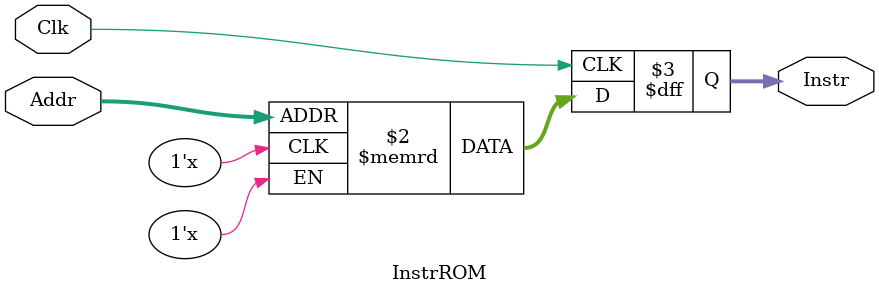
<source format=v>
`timescale 1ns / 1ps
module InstrROM (Addr, Clk, Instr);
    parameter n=5;
    input [n-1:0] Addr;
    input Clk;
    output reg [31:0] Instr;

    reg [31:0] regs[0:(1<<n)-1];

    always @(posedge Clk) begin
        Instr <= regs[Addr];
    end

endmodule
</source>
